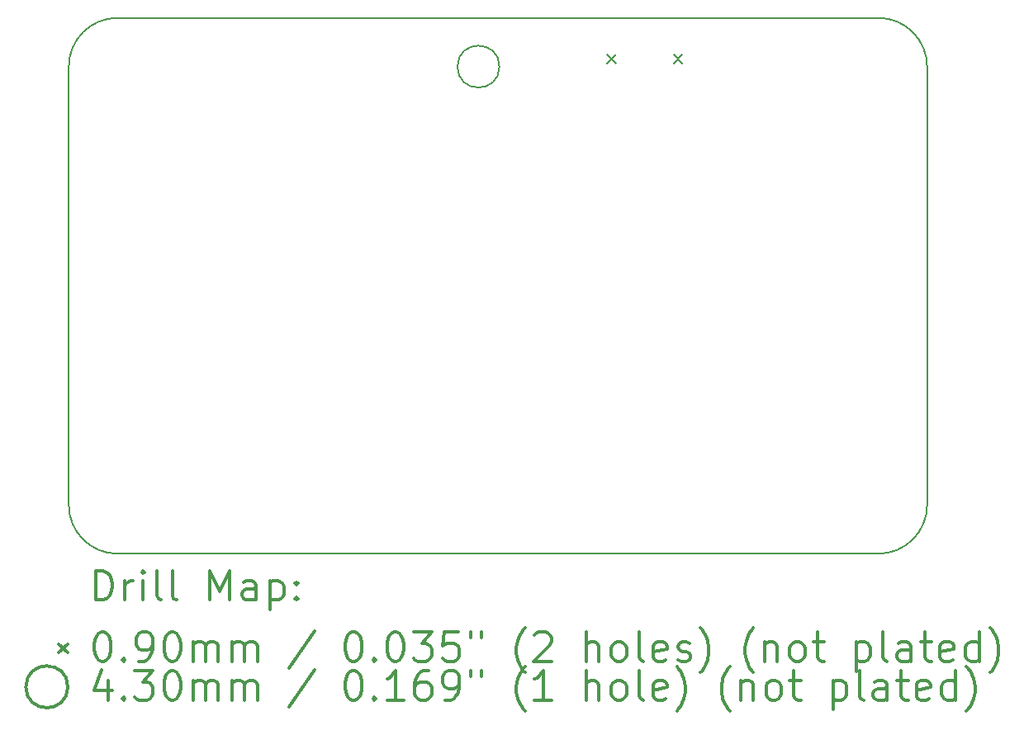
<source format=gbr>
%FSLAX45Y45*%
G04 Gerber Fmt 4.5, Leading zero omitted, Abs format (unit mm)*
G04 Created by KiCad (PCBNEW (5.0.2)-1) date 05/04/2019 09:56:55*
%MOMM*%
%LPD*%
G01*
G04 APERTURE LIST*
%ADD10C,0.200000*%
%ADD11C,0.300000*%
G04 APERTURE END LIST*
D10*
X8798000Y5001000D02*
X8798000Y501000D01*
X-2000Y501000D02*
G75*
G03X498000Y1000I500000J0D01*
G01*
X8798000Y501000D02*
G75*
G02X8298000Y1000I-500000J0D01*
G01*
X8798000Y5001000D02*
G75*
G03X8298000Y5501000I-500000J0D01*
G01*
X-2000Y5001000D02*
G75*
G02X498000Y5501000I500000J0D01*
G01*
X-2000Y501000D02*
X-2000Y5001000D01*
X8298000Y1000D02*
X498000Y1000D01*
X498000Y5501000D02*
X8298000Y5501000D01*
D10*
X5518500Y5126000D02*
X5608500Y5036000D01*
X5608500Y5126000D02*
X5518500Y5036000D01*
X6198500Y5126000D02*
X6288500Y5036000D01*
X6288500Y5126000D02*
X6198500Y5036000D01*
X4413000Y5001000D02*
G75*
G03X4413000Y5001000I-215000J0D01*
G01*
D11*
X274428Y-474714D02*
X274428Y-174714D01*
X345857Y-174714D01*
X388714Y-189000D01*
X417286Y-217571D01*
X431571Y-246143D01*
X445857Y-303286D01*
X445857Y-346143D01*
X431571Y-403286D01*
X417286Y-431857D01*
X388714Y-460429D01*
X345857Y-474714D01*
X274428Y-474714D01*
X574428Y-474714D02*
X574428Y-274714D01*
X574428Y-331857D02*
X588714Y-303286D01*
X603000Y-289000D01*
X631571Y-274714D01*
X660143Y-274714D01*
X760143Y-474714D02*
X760143Y-274714D01*
X760143Y-174714D02*
X745857Y-189000D01*
X760143Y-203286D01*
X774428Y-189000D01*
X760143Y-174714D01*
X760143Y-203286D01*
X945857Y-474714D02*
X917286Y-460429D01*
X903000Y-431857D01*
X903000Y-174714D01*
X1103000Y-474714D02*
X1074428Y-460429D01*
X1060143Y-431857D01*
X1060143Y-174714D01*
X1445857Y-474714D02*
X1445857Y-174714D01*
X1545857Y-389000D01*
X1645857Y-174714D01*
X1645857Y-474714D01*
X1917286Y-474714D02*
X1917286Y-317572D01*
X1903000Y-289000D01*
X1874428Y-274714D01*
X1817286Y-274714D01*
X1788714Y-289000D01*
X1917286Y-460429D02*
X1888714Y-474714D01*
X1817286Y-474714D01*
X1788714Y-460429D01*
X1774428Y-431857D01*
X1774428Y-403286D01*
X1788714Y-374714D01*
X1817286Y-360429D01*
X1888714Y-360429D01*
X1917286Y-346143D01*
X2060143Y-274714D02*
X2060143Y-574714D01*
X2060143Y-289000D02*
X2088714Y-274714D01*
X2145857Y-274714D01*
X2174428Y-289000D01*
X2188714Y-303286D01*
X2203000Y-331857D01*
X2203000Y-417571D01*
X2188714Y-446143D01*
X2174428Y-460429D01*
X2145857Y-474714D01*
X2088714Y-474714D01*
X2060143Y-460429D01*
X2331571Y-446143D02*
X2345857Y-460429D01*
X2331571Y-474714D01*
X2317286Y-460429D01*
X2331571Y-446143D01*
X2331571Y-474714D01*
X2331571Y-289000D02*
X2345857Y-303286D01*
X2331571Y-317572D01*
X2317286Y-303286D01*
X2331571Y-289000D01*
X2331571Y-317572D01*
X-102000Y-924000D02*
X-12000Y-1014000D01*
X-12000Y-924000D02*
X-102000Y-1014000D01*
X331571Y-804714D02*
X360143Y-804714D01*
X388714Y-819000D01*
X403000Y-833286D01*
X417286Y-861857D01*
X431571Y-919000D01*
X431571Y-990429D01*
X417286Y-1047571D01*
X403000Y-1076143D01*
X388714Y-1090429D01*
X360143Y-1104714D01*
X331571Y-1104714D01*
X303000Y-1090429D01*
X288714Y-1076143D01*
X274428Y-1047571D01*
X260143Y-990429D01*
X260143Y-919000D01*
X274428Y-861857D01*
X288714Y-833286D01*
X303000Y-819000D01*
X331571Y-804714D01*
X560143Y-1076143D02*
X574428Y-1090429D01*
X560143Y-1104714D01*
X545857Y-1090429D01*
X560143Y-1076143D01*
X560143Y-1104714D01*
X717286Y-1104714D02*
X774428Y-1104714D01*
X803000Y-1090429D01*
X817286Y-1076143D01*
X845857Y-1033286D01*
X860143Y-976143D01*
X860143Y-861857D01*
X845857Y-833286D01*
X831571Y-819000D01*
X803000Y-804714D01*
X745857Y-804714D01*
X717286Y-819000D01*
X703000Y-833286D01*
X688714Y-861857D01*
X688714Y-933286D01*
X703000Y-961857D01*
X717286Y-976143D01*
X745857Y-990429D01*
X803000Y-990429D01*
X831571Y-976143D01*
X845857Y-961857D01*
X860143Y-933286D01*
X1045857Y-804714D02*
X1074428Y-804714D01*
X1103000Y-819000D01*
X1117286Y-833286D01*
X1131571Y-861857D01*
X1145857Y-919000D01*
X1145857Y-990429D01*
X1131571Y-1047571D01*
X1117286Y-1076143D01*
X1103000Y-1090429D01*
X1074428Y-1104714D01*
X1045857Y-1104714D01*
X1017286Y-1090429D01*
X1003000Y-1076143D01*
X988714Y-1047571D01*
X974428Y-990429D01*
X974428Y-919000D01*
X988714Y-861857D01*
X1003000Y-833286D01*
X1017286Y-819000D01*
X1045857Y-804714D01*
X1274428Y-1104714D02*
X1274428Y-904714D01*
X1274428Y-933286D02*
X1288714Y-919000D01*
X1317286Y-904714D01*
X1360143Y-904714D01*
X1388714Y-919000D01*
X1403000Y-947571D01*
X1403000Y-1104714D01*
X1403000Y-947571D02*
X1417286Y-919000D01*
X1445857Y-904714D01*
X1488714Y-904714D01*
X1517286Y-919000D01*
X1531571Y-947571D01*
X1531571Y-1104714D01*
X1674428Y-1104714D02*
X1674428Y-904714D01*
X1674428Y-933286D02*
X1688714Y-919000D01*
X1717286Y-904714D01*
X1760143Y-904714D01*
X1788714Y-919000D01*
X1803000Y-947571D01*
X1803000Y-1104714D01*
X1803000Y-947571D02*
X1817286Y-919000D01*
X1845857Y-904714D01*
X1888714Y-904714D01*
X1917286Y-919000D01*
X1931571Y-947571D01*
X1931571Y-1104714D01*
X2517286Y-790429D02*
X2260143Y-1176143D01*
X2903000Y-804714D02*
X2931571Y-804714D01*
X2960143Y-819000D01*
X2974428Y-833286D01*
X2988714Y-861857D01*
X3003000Y-919000D01*
X3003000Y-990429D01*
X2988714Y-1047571D01*
X2974428Y-1076143D01*
X2960143Y-1090429D01*
X2931571Y-1104714D01*
X2903000Y-1104714D01*
X2874428Y-1090429D01*
X2860143Y-1076143D01*
X2845857Y-1047571D01*
X2831571Y-990429D01*
X2831571Y-919000D01*
X2845857Y-861857D01*
X2860143Y-833286D01*
X2874428Y-819000D01*
X2903000Y-804714D01*
X3131571Y-1076143D02*
X3145857Y-1090429D01*
X3131571Y-1104714D01*
X3117286Y-1090429D01*
X3131571Y-1076143D01*
X3131571Y-1104714D01*
X3331571Y-804714D02*
X3360143Y-804714D01*
X3388714Y-819000D01*
X3403000Y-833286D01*
X3417286Y-861857D01*
X3431571Y-919000D01*
X3431571Y-990429D01*
X3417286Y-1047571D01*
X3403000Y-1076143D01*
X3388714Y-1090429D01*
X3360143Y-1104714D01*
X3331571Y-1104714D01*
X3303000Y-1090429D01*
X3288714Y-1076143D01*
X3274428Y-1047571D01*
X3260143Y-990429D01*
X3260143Y-919000D01*
X3274428Y-861857D01*
X3288714Y-833286D01*
X3303000Y-819000D01*
X3331571Y-804714D01*
X3531571Y-804714D02*
X3717286Y-804714D01*
X3617286Y-919000D01*
X3660143Y-919000D01*
X3688714Y-933286D01*
X3703000Y-947571D01*
X3717286Y-976143D01*
X3717286Y-1047571D01*
X3703000Y-1076143D01*
X3688714Y-1090429D01*
X3660143Y-1104714D01*
X3574428Y-1104714D01*
X3545857Y-1090429D01*
X3531571Y-1076143D01*
X3988714Y-804714D02*
X3845857Y-804714D01*
X3831571Y-947571D01*
X3845857Y-933286D01*
X3874428Y-919000D01*
X3945857Y-919000D01*
X3974428Y-933286D01*
X3988714Y-947571D01*
X4003000Y-976143D01*
X4003000Y-1047571D01*
X3988714Y-1076143D01*
X3974428Y-1090429D01*
X3945857Y-1104714D01*
X3874428Y-1104714D01*
X3845857Y-1090429D01*
X3831571Y-1076143D01*
X4117286Y-804714D02*
X4117286Y-861857D01*
X4231571Y-804714D02*
X4231571Y-861857D01*
X4674428Y-1219000D02*
X4660143Y-1204714D01*
X4631571Y-1161857D01*
X4617286Y-1133286D01*
X4603000Y-1090429D01*
X4588714Y-1019000D01*
X4588714Y-961857D01*
X4603000Y-890429D01*
X4617286Y-847571D01*
X4631571Y-819000D01*
X4660143Y-776143D01*
X4674428Y-761857D01*
X4774428Y-833286D02*
X4788714Y-819000D01*
X4817286Y-804714D01*
X4888714Y-804714D01*
X4917286Y-819000D01*
X4931571Y-833286D01*
X4945857Y-861857D01*
X4945857Y-890429D01*
X4931571Y-933286D01*
X4760143Y-1104714D01*
X4945857Y-1104714D01*
X5303000Y-1104714D02*
X5303000Y-804714D01*
X5431571Y-1104714D02*
X5431571Y-947571D01*
X5417286Y-919000D01*
X5388714Y-904714D01*
X5345857Y-904714D01*
X5317286Y-919000D01*
X5303000Y-933286D01*
X5617286Y-1104714D02*
X5588714Y-1090429D01*
X5574428Y-1076143D01*
X5560143Y-1047571D01*
X5560143Y-961857D01*
X5574428Y-933286D01*
X5588714Y-919000D01*
X5617286Y-904714D01*
X5660143Y-904714D01*
X5688714Y-919000D01*
X5703000Y-933286D01*
X5717286Y-961857D01*
X5717286Y-1047571D01*
X5703000Y-1076143D01*
X5688714Y-1090429D01*
X5660143Y-1104714D01*
X5617286Y-1104714D01*
X5888714Y-1104714D02*
X5860143Y-1090429D01*
X5845857Y-1061857D01*
X5845857Y-804714D01*
X6117286Y-1090429D02*
X6088714Y-1104714D01*
X6031571Y-1104714D01*
X6003000Y-1090429D01*
X5988714Y-1061857D01*
X5988714Y-947571D01*
X6003000Y-919000D01*
X6031571Y-904714D01*
X6088714Y-904714D01*
X6117286Y-919000D01*
X6131571Y-947571D01*
X6131571Y-976143D01*
X5988714Y-1004714D01*
X6245857Y-1090429D02*
X6274428Y-1104714D01*
X6331571Y-1104714D01*
X6360143Y-1090429D01*
X6374428Y-1061857D01*
X6374428Y-1047571D01*
X6360143Y-1019000D01*
X6331571Y-1004714D01*
X6288714Y-1004714D01*
X6260143Y-990429D01*
X6245857Y-961857D01*
X6245857Y-947571D01*
X6260143Y-919000D01*
X6288714Y-904714D01*
X6331571Y-904714D01*
X6360143Y-919000D01*
X6474428Y-1219000D02*
X6488714Y-1204714D01*
X6517286Y-1161857D01*
X6531571Y-1133286D01*
X6545857Y-1090429D01*
X6560143Y-1019000D01*
X6560143Y-961857D01*
X6545857Y-890429D01*
X6531571Y-847571D01*
X6517286Y-819000D01*
X6488714Y-776143D01*
X6474428Y-761857D01*
X7017286Y-1219000D02*
X7003000Y-1204714D01*
X6974428Y-1161857D01*
X6960143Y-1133286D01*
X6945857Y-1090429D01*
X6931571Y-1019000D01*
X6931571Y-961857D01*
X6945857Y-890429D01*
X6960143Y-847571D01*
X6974428Y-819000D01*
X7003000Y-776143D01*
X7017286Y-761857D01*
X7131571Y-904714D02*
X7131571Y-1104714D01*
X7131571Y-933286D02*
X7145857Y-919000D01*
X7174428Y-904714D01*
X7217286Y-904714D01*
X7245857Y-919000D01*
X7260143Y-947571D01*
X7260143Y-1104714D01*
X7445857Y-1104714D02*
X7417286Y-1090429D01*
X7403000Y-1076143D01*
X7388714Y-1047571D01*
X7388714Y-961857D01*
X7403000Y-933286D01*
X7417286Y-919000D01*
X7445857Y-904714D01*
X7488714Y-904714D01*
X7517286Y-919000D01*
X7531571Y-933286D01*
X7545857Y-961857D01*
X7545857Y-1047571D01*
X7531571Y-1076143D01*
X7517286Y-1090429D01*
X7488714Y-1104714D01*
X7445857Y-1104714D01*
X7631571Y-904714D02*
X7745857Y-904714D01*
X7674428Y-804714D02*
X7674428Y-1061857D01*
X7688714Y-1090429D01*
X7717286Y-1104714D01*
X7745857Y-1104714D01*
X8074428Y-904714D02*
X8074428Y-1204714D01*
X8074428Y-919000D02*
X8103000Y-904714D01*
X8160143Y-904714D01*
X8188714Y-919000D01*
X8203000Y-933286D01*
X8217286Y-961857D01*
X8217286Y-1047571D01*
X8203000Y-1076143D01*
X8188714Y-1090429D01*
X8160143Y-1104714D01*
X8103000Y-1104714D01*
X8074428Y-1090429D01*
X8388714Y-1104714D02*
X8360143Y-1090429D01*
X8345857Y-1061857D01*
X8345857Y-804714D01*
X8631571Y-1104714D02*
X8631571Y-947571D01*
X8617286Y-919000D01*
X8588714Y-904714D01*
X8531571Y-904714D01*
X8503000Y-919000D01*
X8631571Y-1090429D02*
X8603000Y-1104714D01*
X8531571Y-1104714D01*
X8503000Y-1090429D01*
X8488714Y-1061857D01*
X8488714Y-1033286D01*
X8503000Y-1004714D01*
X8531571Y-990429D01*
X8603000Y-990429D01*
X8631571Y-976143D01*
X8731571Y-904714D02*
X8845857Y-904714D01*
X8774428Y-804714D02*
X8774428Y-1061857D01*
X8788714Y-1090429D01*
X8817286Y-1104714D01*
X8845857Y-1104714D01*
X9060143Y-1090429D02*
X9031571Y-1104714D01*
X8974428Y-1104714D01*
X8945857Y-1090429D01*
X8931571Y-1061857D01*
X8931571Y-947571D01*
X8945857Y-919000D01*
X8974428Y-904714D01*
X9031571Y-904714D01*
X9060143Y-919000D01*
X9074428Y-947571D01*
X9074428Y-976143D01*
X8931571Y-1004714D01*
X9331571Y-1104714D02*
X9331571Y-804714D01*
X9331571Y-1090429D02*
X9303000Y-1104714D01*
X9245857Y-1104714D01*
X9217286Y-1090429D01*
X9203000Y-1076143D01*
X9188714Y-1047571D01*
X9188714Y-961857D01*
X9203000Y-933286D01*
X9217286Y-919000D01*
X9245857Y-904714D01*
X9303000Y-904714D01*
X9331571Y-919000D01*
X9445857Y-1219000D02*
X9460143Y-1204714D01*
X9488714Y-1161857D01*
X9503000Y-1133286D01*
X9517286Y-1090429D01*
X9531571Y-1019000D01*
X9531571Y-961857D01*
X9517286Y-890429D01*
X9503000Y-847571D01*
X9488714Y-819000D01*
X9460143Y-776143D01*
X9445857Y-761857D01*
X-12000Y-1365000D02*
G75*
G03X-12000Y-1365000I-215000J0D01*
G01*
X403000Y-1300714D02*
X403000Y-1500714D01*
X331571Y-1186429D02*
X260143Y-1400714D01*
X445857Y-1400714D01*
X560143Y-1472143D02*
X574428Y-1486429D01*
X560143Y-1500714D01*
X545857Y-1486429D01*
X560143Y-1472143D01*
X560143Y-1500714D01*
X674428Y-1200714D02*
X860143Y-1200714D01*
X760143Y-1315000D01*
X803000Y-1315000D01*
X831571Y-1329286D01*
X845857Y-1343572D01*
X860143Y-1372143D01*
X860143Y-1443571D01*
X845857Y-1472143D01*
X831571Y-1486429D01*
X803000Y-1500714D01*
X717286Y-1500714D01*
X688714Y-1486429D01*
X674428Y-1472143D01*
X1045857Y-1200714D02*
X1074428Y-1200714D01*
X1103000Y-1215000D01*
X1117286Y-1229286D01*
X1131571Y-1257857D01*
X1145857Y-1315000D01*
X1145857Y-1386429D01*
X1131571Y-1443571D01*
X1117286Y-1472143D01*
X1103000Y-1486429D01*
X1074428Y-1500714D01*
X1045857Y-1500714D01*
X1017286Y-1486429D01*
X1003000Y-1472143D01*
X988714Y-1443571D01*
X974428Y-1386429D01*
X974428Y-1315000D01*
X988714Y-1257857D01*
X1003000Y-1229286D01*
X1017286Y-1215000D01*
X1045857Y-1200714D01*
X1274428Y-1500714D02*
X1274428Y-1300714D01*
X1274428Y-1329286D02*
X1288714Y-1315000D01*
X1317286Y-1300714D01*
X1360143Y-1300714D01*
X1388714Y-1315000D01*
X1403000Y-1343572D01*
X1403000Y-1500714D01*
X1403000Y-1343572D02*
X1417286Y-1315000D01*
X1445857Y-1300714D01*
X1488714Y-1300714D01*
X1517286Y-1315000D01*
X1531571Y-1343572D01*
X1531571Y-1500714D01*
X1674428Y-1500714D02*
X1674428Y-1300714D01*
X1674428Y-1329286D02*
X1688714Y-1315000D01*
X1717286Y-1300714D01*
X1760143Y-1300714D01*
X1788714Y-1315000D01*
X1803000Y-1343572D01*
X1803000Y-1500714D01*
X1803000Y-1343572D02*
X1817286Y-1315000D01*
X1845857Y-1300714D01*
X1888714Y-1300714D01*
X1917286Y-1315000D01*
X1931571Y-1343572D01*
X1931571Y-1500714D01*
X2517286Y-1186429D02*
X2260143Y-1572143D01*
X2903000Y-1200714D02*
X2931571Y-1200714D01*
X2960143Y-1215000D01*
X2974428Y-1229286D01*
X2988714Y-1257857D01*
X3003000Y-1315000D01*
X3003000Y-1386429D01*
X2988714Y-1443571D01*
X2974428Y-1472143D01*
X2960143Y-1486429D01*
X2931571Y-1500714D01*
X2903000Y-1500714D01*
X2874428Y-1486429D01*
X2860143Y-1472143D01*
X2845857Y-1443571D01*
X2831571Y-1386429D01*
X2831571Y-1315000D01*
X2845857Y-1257857D01*
X2860143Y-1229286D01*
X2874428Y-1215000D01*
X2903000Y-1200714D01*
X3131571Y-1472143D02*
X3145857Y-1486429D01*
X3131571Y-1500714D01*
X3117286Y-1486429D01*
X3131571Y-1472143D01*
X3131571Y-1500714D01*
X3431571Y-1500714D02*
X3260143Y-1500714D01*
X3345857Y-1500714D02*
X3345857Y-1200714D01*
X3317286Y-1243572D01*
X3288714Y-1272143D01*
X3260143Y-1286429D01*
X3688714Y-1200714D02*
X3631571Y-1200714D01*
X3603000Y-1215000D01*
X3588714Y-1229286D01*
X3560143Y-1272143D01*
X3545857Y-1329286D01*
X3545857Y-1443571D01*
X3560143Y-1472143D01*
X3574428Y-1486429D01*
X3603000Y-1500714D01*
X3660143Y-1500714D01*
X3688714Y-1486429D01*
X3703000Y-1472143D01*
X3717286Y-1443571D01*
X3717286Y-1372143D01*
X3703000Y-1343572D01*
X3688714Y-1329286D01*
X3660143Y-1315000D01*
X3603000Y-1315000D01*
X3574428Y-1329286D01*
X3560143Y-1343572D01*
X3545857Y-1372143D01*
X3860143Y-1500714D02*
X3917286Y-1500714D01*
X3945857Y-1486429D01*
X3960143Y-1472143D01*
X3988714Y-1429286D01*
X4003000Y-1372143D01*
X4003000Y-1257857D01*
X3988714Y-1229286D01*
X3974428Y-1215000D01*
X3945857Y-1200714D01*
X3888714Y-1200714D01*
X3860143Y-1215000D01*
X3845857Y-1229286D01*
X3831571Y-1257857D01*
X3831571Y-1329286D01*
X3845857Y-1357857D01*
X3860143Y-1372143D01*
X3888714Y-1386429D01*
X3945857Y-1386429D01*
X3974428Y-1372143D01*
X3988714Y-1357857D01*
X4003000Y-1329286D01*
X4117286Y-1200714D02*
X4117286Y-1257857D01*
X4231571Y-1200714D02*
X4231571Y-1257857D01*
X4674428Y-1615000D02*
X4660143Y-1600714D01*
X4631571Y-1557857D01*
X4617286Y-1529286D01*
X4603000Y-1486429D01*
X4588714Y-1415000D01*
X4588714Y-1357857D01*
X4603000Y-1286429D01*
X4617286Y-1243572D01*
X4631571Y-1215000D01*
X4660143Y-1172143D01*
X4674428Y-1157857D01*
X4945857Y-1500714D02*
X4774428Y-1500714D01*
X4860143Y-1500714D02*
X4860143Y-1200714D01*
X4831571Y-1243572D01*
X4803000Y-1272143D01*
X4774428Y-1286429D01*
X5303000Y-1500714D02*
X5303000Y-1200714D01*
X5431571Y-1500714D02*
X5431571Y-1343572D01*
X5417286Y-1315000D01*
X5388714Y-1300714D01*
X5345857Y-1300714D01*
X5317286Y-1315000D01*
X5303000Y-1329286D01*
X5617286Y-1500714D02*
X5588714Y-1486429D01*
X5574428Y-1472143D01*
X5560143Y-1443571D01*
X5560143Y-1357857D01*
X5574428Y-1329286D01*
X5588714Y-1315000D01*
X5617286Y-1300714D01*
X5660143Y-1300714D01*
X5688714Y-1315000D01*
X5703000Y-1329286D01*
X5717286Y-1357857D01*
X5717286Y-1443571D01*
X5703000Y-1472143D01*
X5688714Y-1486429D01*
X5660143Y-1500714D01*
X5617286Y-1500714D01*
X5888714Y-1500714D02*
X5860143Y-1486429D01*
X5845857Y-1457857D01*
X5845857Y-1200714D01*
X6117286Y-1486429D02*
X6088714Y-1500714D01*
X6031571Y-1500714D01*
X6003000Y-1486429D01*
X5988714Y-1457857D01*
X5988714Y-1343572D01*
X6003000Y-1315000D01*
X6031571Y-1300714D01*
X6088714Y-1300714D01*
X6117286Y-1315000D01*
X6131571Y-1343572D01*
X6131571Y-1372143D01*
X5988714Y-1400714D01*
X6231571Y-1615000D02*
X6245857Y-1600714D01*
X6274428Y-1557857D01*
X6288714Y-1529286D01*
X6303000Y-1486429D01*
X6317286Y-1415000D01*
X6317286Y-1357857D01*
X6303000Y-1286429D01*
X6288714Y-1243572D01*
X6274428Y-1215000D01*
X6245857Y-1172143D01*
X6231571Y-1157857D01*
X6774428Y-1615000D02*
X6760143Y-1600714D01*
X6731571Y-1557857D01*
X6717286Y-1529286D01*
X6703000Y-1486429D01*
X6688714Y-1415000D01*
X6688714Y-1357857D01*
X6703000Y-1286429D01*
X6717286Y-1243572D01*
X6731571Y-1215000D01*
X6760143Y-1172143D01*
X6774428Y-1157857D01*
X6888714Y-1300714D02*
X6888714Y-1500714D01*
X6888714Y-1329286D02*
X6903000Y-1315000D01*
X6931571Y-1300714D01*
X6974428Y-1300714D01*
X7003000Y-1315000D01*
X7017286Y-1343572D01*
X7017286Y-1500714D01*
X7203000Y-1500714D02*
X7174428Y-1486429D01*
X7160143Y-1472143D01*
X7145857Y-1443571D01*
X7145857Y-1357857D01*
X7160143Y-1329286D01*
X7174428Y-1315000D01*
X7203000Y-1300714D01*
X7245857Y-1300714D01*
X7274428Y-1315000D01*
X7288714Y-1329286D01*
X7303000Y-1357857D01*
X7303000Y-1443571D01*
X7288714Y-1472143D01*
X7274428Y-1486429D01*
X7245857Y-1500714D01*
X7203000Y-1500714D01*
X7388714Y-1300714D02*
X7503000Y-1300714D01*
X7431571Y-1200714D02*
X7431571Y-1457857D01*
X7445857Y-1486429D01*
X7474428Y-1500714D01*
X7503000Y-1500714D01*
X7831571Y-1300714D02*
X7831571Y-1600714D01*
X7831571Y-1315000D02*
X7860143Y-1300714D01*
X7917286Y-1300714D01*
X7945857Y-1315000D01*
X7960143Y-1329286D01*
X7974428Y-1357857D01*
X7974428Y-1443571D01*
X7960143Y-1472143D01*
X7945857Y-1486429D01*
X7917286Y-1500714D01*
X7860143Y-1500714D01*
X7831571Y-1486429D01*
X8145857Y-1500714D02*
X8117286Y-1486429D01*
X8103000Y-1457857D01*
X8103000Y-1200714D01*
X8388714Y-1500714D02*
X8388714Y-1343572D01*
X8374428Y-1315000D01*
X8345857Y-1300714D01*
X8288714Y-1300714D01*
X8260143Y-1315000D01*
X8388714Y-1486429D02*
X8360143Y-1500714D01*
X8288714Y-1500714D01*
X8260143Y-1486429D01*
X8245857Y-1457857D01*
X8245857Y-1429286D01*
X8260143Y-1400714D01*
X8288714Y-1386429D01*
X8360143Y-1386429D01*
X8388714Y-1372143D01*
X8488714Y-1300714D02*
X8603000Y-1300714D01*
X8531571Y-1200714D02*
X8531571Y-1457857D01*
X8545857Y-1486429D01*
X8574428Y-1500714D01*
X8603000Y-1500714D01*
X8817286Y-1486429D02*
X8788714Y-1500714D01*
X8731571Y-1500714D01*
X8703000Y-1486429D01*
X8688714Y-1457857D01*
X8688714Y-1343572D01*
X8703000Y-1315000D01*
X8731571Y-1300714D01*
X8788714Y-1300714D01*
X8817286Y-1315000D01*
X8831571Y-1343572D01*
X8831571Y-1372143D01*
X8688714Y-1400714D01*
X9088714Y-1500714D02*
X9088714Y-1200714D01*
X9088714Y-1486429D02*
X9060143Y-1500714D01*
X9003000Y-1500714D01*
X8974428Y-1486429D01*
X8960143Y-1472143D01*
X8945857Y-1443571D01*
X8945857Y-1357857D01*
X8960143Y-1329286D01*
X8974428Y-1315000D01*
X9003000Y-1300714D01*
X9060143Y-1300714D01*
X9088714Y-1315000D01*
X9203000Y-1615000D02*
X9217286Y-1600714D01*
X9245857Y-1557857D01*
X9260143Y-1529286D01*
X9274428Y-1486429D01*
X9288714Y-1415000D01*
X9288714Y-1357857D01*
X9274428Y-1286429D01*
X9260143Y-1243572D01*
X9245857Y-1215000D01*
X9217286Y-1172143D01*
X9203000Y-1157857D01*
M02*

</source>
